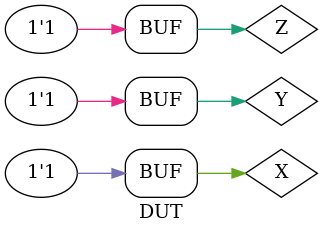
<source format=sv>
`timescale 1ns/1ps
module DUT;
  
wire D, B;
reg X, Y, Z;
  
 
Full_Subtractor FS_DUT(
  D, B, X, Y, Z
);
  
initial begin
    X = 0; Y = 0; Z = 0;
#1  X = 0; Y = 0; Z = 1;
#1  X = 0; Y = 1; Z = 0;
#1  X = 0; Y = 1; Z = 1;
#1  X = 1; Y = 0; Z = 0;
#1  X = 1; Y = 0; Z = 1;
#1  X = 1; Y = 1; Z = 0;
#1  X = 1; Y = 1; Z = 1; 
end
  
initial begin
  $monitor ("TIME = %t, X = %d| Y = %d| Z = %d| B = %d| D = %d", $time, X, Y, Z, B, D);
    $dumpfile("dump.vcd");
    $dumpvars();
end
  
endmodule
</source>
